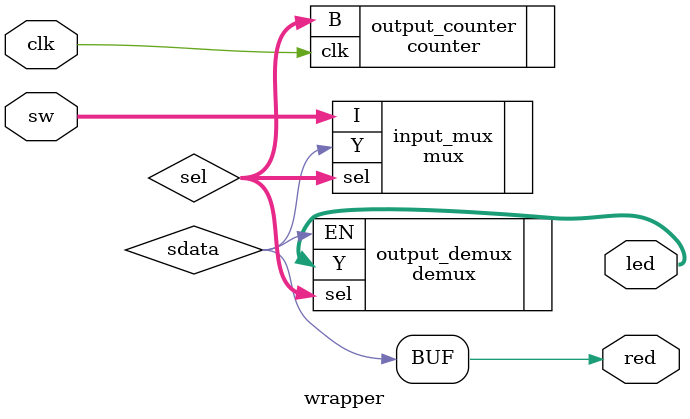
<source format=v>
`timescale 1ns / 1ps

module wrapper(

    input [7:0]sw,
    input clk,
    output [7:0]led,
    output red

    );
    
    wire sdata;
    wire [2:0]sel;
    
    mux input_mux(
        .I(sw),
        .sel(sel),
        .Y(sdata)
    );
    
    demux output_demux(
        .EN(sdata),
        .sel(sel),
        .Y(led)
    );
    
    
    counter output_counter(
        .clk(clk),
        .B(sel)
    );
    
    assign red = sdata;
    
endmodule

</source>
